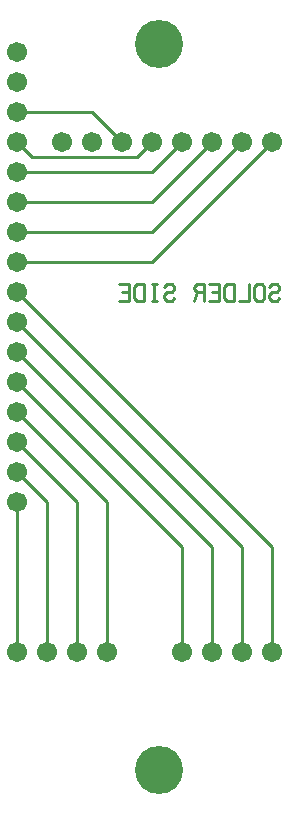
<source format=gbl>
%MOIN*%
%FSLAX25Y25*%
G04 D10 used for Character Trace; *
G04     Circle (OD=.01000) (No hole)*
G04 D11 used for Power Trace; *
G04     Circle (OD=.06700) (No hole)*
G04 D12 used for Signal Trace; *
G04     Circle (OD=.01100) (No hole)*
G04 D13 used for Via; *
G04     Circle (OD=.05800) (Round. Hole ID=.02800)*
G04 D14 used for Component hole; *
G04     Circle (OD=.06500) (Round. Hole ID=.03500)*
G04 D15 used for Component hole; *
G04     Circle (OD=.06700) (Round. Hole ID=.04300)*
G04 D16 used for Component hole; *
G04     Circle (OD=.08100) (Round. Hole ID=.05100)*
G04 D17 used for Component hole; *
G04     Circle (OD=.08900) (Round. Hole ID=.05900)*
G04 D18 used for Component hole; *
G04     Circle (OD=.11300) (Round. Hole ID=.08300)*
G04 D19 used for Component hole; *
G04     Circle (OD=.16000) (Round. Hole ID=.13000)*
G04 D20 used for Component hole; *
G04     Circle (OD=.18300) (Round. Hole ID=.15300)*
G04 D21 used for Component hole; *
G04     Circle (OD=.22291) (Round. Hole ID=.19291)*
%ADD10C,.01000*%
%ADD11C,.06700*%
%ADD12C,.01100*%
%ADD13C,.05800*%
%ADD14C,.06500*%
%ADD15C,.06700*%
%ADD16C,.08100*%
%ADD17C,.08900*%
%ADD18C,.11300*%
%ADD19C,.16000*%
%ADD20C,.18300*%
%ADD21C,.22291*%
%IPPOS*%
%LPD*%
G90*X0Y0D02*D15*X40000Y55000D03*D12*Y105000D01*   
X10000Y135000D01*D15*D03*Y145000D03*D12*          
X65000Y90000D01*Y55000D01*D15*D03*X75000D03*D12*  
Y90000D01*X10000Y155000D01*D15*D03*Y165000D03*D12*
X85000Y90000D01*Y55000D01*D15*D03*X95000D03*D12*  
Y90000D01*X10000Y175000D01*D15*D03*Y185000D03*D12*
X55000D01*X95000Y225000D01*D15*D03*X85000D03*D12* 
X55000Y195000D01*X10000D01*D15*D03*Y205000D03*D12*
X55000D01*X75000Y225000D01*D15*D03*X65000D03*D12* 
X55000Y215000D01*X10000D01*D15*D03*D12*           
X15000Y220000D02*X50000D01*X55000Y225000D01*D15*  
D03*X45000D03*D12*X35000Y235000D01*X10000D01*D15* 
D03*Y245000D03*Y225000D03*D12*X15000Y220000D01*   
D15*X25000Y225000D03*X35000D03*X10000Y255000D03*  
D19*X57300Y257900D03*D10*X94163Y176914D02*        
X95000Y177871D01*X96674D01*X97511Y176914D01*      
Y175957D01*X96674Y175000D01*X95000D01*            
X94163Y174043D01*Y173086D01*X95000Y172129D01*     
X96674D01*X97511Y173086D01*X89163D02*             
X90000Y172129D01*X91674D01*X92511Y173086D01*      
Y176914D01*X91674Y177871D01*X90000D01*            
X89163Y176914D01*Y173086D01*X87511Y177871D02*     
Y172129D01*X84163D01*X82511D02*Y177871D01*        
X80000D01*X79163Y176914D01*Y173086D01*            
X80000Y172129D01*X82511D01*X74163D02*X77511D01*   
Y177871D01*X74163D01*X77511Y175000D02*X75000D01*  
X72511Y172129D02*Y177871D01*X70000D01*            
X69163Y176914D01*Y175957D01*X70000Y175000D01*     
X72511D01*X70000D02*X69163Y172129D01*             
X59163Y176914D02*X60000Y177871D01*X61674D01*      
X62511Y176914D01*Y175957D01*X61674Y175000D01*     
X60000D01*X59163Y174043D01*Y173086D01*            
X60000Y172129D01*X61674D01*X62511Y173086D01*      
X55837Y172129D02*Y177871D01*X56674Y172129D02*     
X55000D01*X56674Y177871D02*X55000D01*             
X52511Y172129D02*Y177871D01*X50000D01*            
X49163Y176914D01*Y173086D01*X50000Y172129D01*     
X52511D01*X44163D02*X47511D01*Y177871D01*         
X44163D01*X47511Y175000D02*X45000D01*D15*         
X10000Y125000D03*D12*X30000Y105000D01*Y55000D01*  
D15*D03*X20000D03*D12*Y105000D01*X10000Y115000D01*
D15*D03*Y105000D03*D12*Y55000D01*D15*D03*D19*     
X57300Y15900D03*M02*                              

</source>
